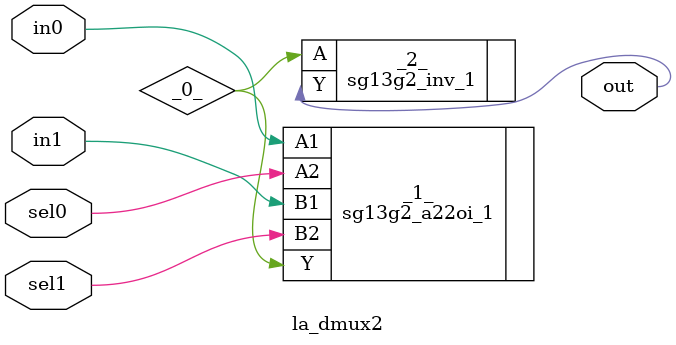
<source format=v>

/* Generated by Yosys 0.44 (git sha1 80ba43d26, g++ 11.4.0-1ubuntu1~22.04 -fPIC -O3) */

(* top =  1  *)
(* src = "generated" *)
module la_dmux2 (
    sel1,
    sel0,
    in1,
    in0,
    out
);
  wire _0_;
  (* src = "generated" *)
  input in0;
  wire in0;
  (* src = "generated" *)
  input in1;
  wire in1;
  (* src = "generated" *)
  output out;
  wire out;
  (* src = "generated" *)
  input sel0;
  wire sel0;
  (* src = "generated" *)
  input sel1;
  wire sel1;
  sg13g2_a22oi_1 _1_ (
      .A1(in0),
      .A2(sel0),
      .B1(in1),
      .B2(sel1),
      .Y (_0_)
  );
  sg13g2_inv_1 _2_ (
      .A(_0_),
      .Y(out)
  );
endmodule

</source>
